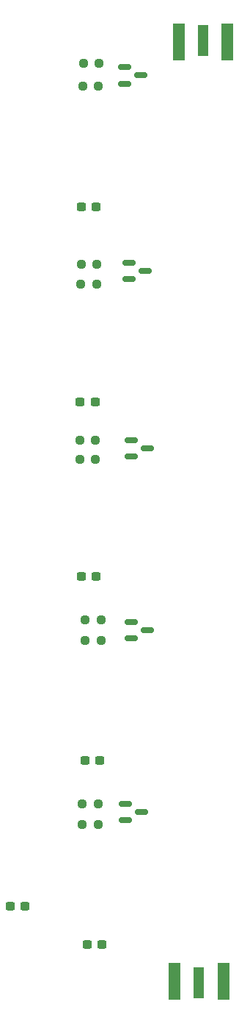
<source format=gtp>
G04 #@! TF.GenerationSoftware,KiCad,Pcbnew,7.0.10*
G04 #@! TF.CreationDate,2024-03-26T16:12:50-07:00*
G04 #@! TF.ProjectId,optLowPass,6f70744c-6f77-4506-9173-732e6b696361,rev?*
G04 #@! TF.SameCoordinates,Original*
G04 #@! TF.FileFunction,Paste,Top*
G04 #@! TF.FilePolarity,Positive*
%FSLAX46Y46*%
G04 Gerber Fmt 4.6, Leading zero omitted, Abs format (unit mm)*
G04 Created by KiCad (PCBNEW 7.0.10) date 2024-03-26 16:12:50*
%MOMM*%
%LPD*%
G01*
G04 APERTURE LIST*
G04 Aperture macros list*
%AMRoundRect*
0 Rectangle with rounded corners*
0 $1 Rounding radius*
0 $2 $3 $4 $5 $6 $7 $8 $9 X,Y pos of 4 corners*
0 Add a 4 corners polygon primitive as box body*
4,1,4,$2,$3,$4,$5,$6,$7,$8,$9,$2,$3,0*
0 Add four circle primitives for the rounded corners*
1,1,$1+$1,$2,$3*
1,1,$1+$1,$4,$5*
1,1,$1+$1,$6,$7*
1,1,$1+$1,$8,$9*
0 Add four rect primitives between the rounded corners*
20,1,$1+$1,$2,$3,$4,$5,0*
20,1,$1+$1,$4,$5,$6,$7,0*
20,1,$1+$1,$6,$7,$8,$9,0*
20,1,$1+$1,$8,$9,$2,$3,0*%
G04 Aperture macros list end*
%ADD10RoundRect,0.150000X-0.587500X-0.150000X0.587500X-0.150000X0.587500X0.150000X-0.587500X0.150000X0*%
%ADD11RoundRect,0.237500X0.250000X0.237500X-0.250000X0.237500X-0.250000X-0.237500X0.250000X-0.237500X0*%
%ADD12RoundRect,0.237500X0.300000X0.237500X-0.300000X0.237500X-0.300000X-0.237500X0.300000X-0.237500X0*%
%ADD13R,1.270000X3.600000*%
%ADD14R,1.350000X4.200000*%
G04 APERTURE END LIST*
D10*
X94525000Y-45350000D03*
X94525000Y-47250000D03*
X96400000Y-46300000D03*
D11*
X91325000Y-68000000D03*
X89500000Y-68000000D03*
X91612500Y-44900000D03*
X89787500Y-44900000D03*
D10*
X95325000Y-88250000D03*
X95325000Y-90150000D03*
X97200000Y-89200000D03*
D11*
X91312500Y-70300000D03*
X89487500Y-70300000D03*
D12*
X83062500Y-141900000D03*
X81337500Y-141900000D03*
D10*
X95325000Y-109150000D03*
X95325000Y-111050000D03*
X97200000Y-110100000D03*
D11*
X91175000Y-88300000D03*
X89350000Y-88300000D03*
D12*
X91937500Y-146300000D03*
X90212500Y-146300000D03*
D10*
X94600000Y-130050000D03*
X94600000Y-131950000D03*
X96475000Y-131000000D03*
D11*
X91175000Y-90500000D03*
X89350000Y-90500000D03*
D13*
X103100000Y-150700000D03*
D14*
X105925000Y-150500000D03*
X100275000Y-150500000D03*
D12*
X91262500Y-61400000D03*
X89537500Y-61400000D03*
D11*
X91812500Y-111300000D03*
X89987500Y-111300000D03*
X91512500Y-47500000D03*
X89687500Y-47500000D03*
X91450000Y-130100000D03*
X89625000Y-130100000D03*
X91812500Y-108900000D03*
X89987500Y-108900000D03*
D12*
X91225000Y-103900000D03*
X89500000Y-103900000D03*
D13*
X103600000Y-42300000D03*
D14*
X100775000Y-42500000D03*
X106425000Y-42500000D03*
D12*
X91662500Y-125100000D03*
X89937500Y-125100000D03*
D10*
X95062500Y-67850000D03*
X95062500Y-69750000D03*
X96937500Y-68800000D03*
D11*
X91462500Y-132500000D03*
X89637500Y-132500000D03*
D12*
X91125000Y-83900000D03*
X89400000Y-83900000D03*
M02*

</source>
